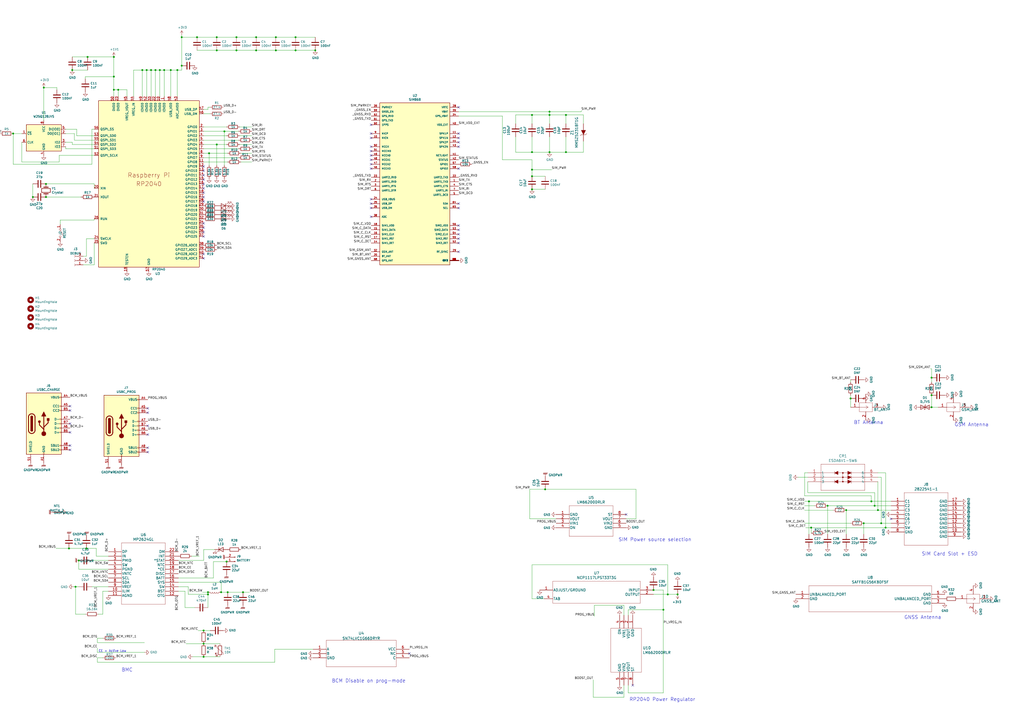
<source format=kicad_sch>
(kicad_sch (version 20211123) (generator eeschema)
  (paper "A2")
  (junction (at 132.08 343.535))
  (junction (at 105.41 38.1))
  (junction (at 137.16 29.21))
  (junction (at 470.535 306.07))
  (junction (at 511.175 303.53))
  (junction (at 171.45 21.59))
  (junction (at 50.8 33.02))
  (junction (at 505.46 290.83))
  (junction (at 26.67 114.3))
  (junction (at 182.88 29.21))
  (junction (at 509.27 295.91))
  (junction (at 68.58 52.07))
  (junction (at 171.45 29.21))
  (junction (at 540.385 236.22))
  (junction (at 130.175 76.2))
  (junction (at 501.015 303.53))
  (junction (at 66.04 33.02))
  (junction (at 493.395 231.14))
  (junction (at 125.73 21.59))
  (junction (at 43.815 340.36))
  (junction (at 7.62 77.47))
  (junction (at 540.385 219.075))
  (junction (at 328.295 88.265))
  (junction (at 92.71 40.64))
  (junction (at 19.05 114.3))
  (junction (at 318.77 64.77))
  (junction (at 90.17 40.64))
  (junction (at 125.73 83.82))
  (junction (at 41.91 40.64))
  (junction (at 118.11 373.38))
  (junction (at 316.23 283.845))
  (junction (at 308.61 98.425))
  (junction (at 308.61 88.265))
  (junction (at 328.295 66.675))
  (junction (at 379.095 342.265))
  (junction (at 308.61 66.675))
  (junction (at 308.61 109.855))
  (junction (at 66.04 52.07))
  (junction (at 318.77 66.675))
  (junction (at 540.385 229.235))
  (junction (at 118.11 365.76))
  (junction (at 160.02 21.59))
  (junction (at 40.005 318.135))
  (junction (at 393.065 344.805))
  (junction (at 490.855 295.91))
  (junction (at 50.165 318.135))
  (junction (at 131.445 325.755))
  (junction (at 99.06 40.64))
  (junction (at 95.25 40.64))
  (junction (at 128.27 343.535))
  (junction (at 66.04 44.45))
  (junction (at 118.11 381))
  (junction (at 25.4 50.8))
  (junction (at 45.72 325.12))
  (junction (at 121.285 88.9))
  (junction (at 120.65 343.535))
  (junction (at 384.81 353.695))
  (junction (at 469.265 290.83))
  (junction (at 85.09 40.64))
  (junction (at 387.35 344.805))
  (junction (at 308.61 102.235))
  (junction (at 148.59 29.21))
  (junction (at 26.67 106.68))
  (junction (at 102.87 40.64))
  (junction (at 513.715 306.07))
  (junction (at 125.73 29.21))
  (junction (at 148.59 21.59))
  (junction (at 507.365 293.37))
  (junction (at 140.97 343.535))
  (junction (at 160.02 29.21))
  (junction (at 87.63 40.64))
  (junction (at 120.65 344.805))
  (junction (at 105.41 21.59))
  (junction (at 114.3 21.59))
  (junction (at 82.55 40.64))
  (junction (at 480.06 293.37))
  (junction (at 318.77 88.265))
  (junction (at 137.16 21.59))
  (no_connect (at 266.065 120.65))
  (no_connect (at 215.265 72.39))
  (no_connect (at 215.265 125.73))
  (no_connect (at 215.265 80.01))
  (no_connect (at 118.11 134.62))
  (no_connect (at 215.265 115.57))
  (no_connect (at 40.64 245.745))
  (no_connect (at 85.725 239.395))
  (no_connect (at 118.11 99.06))
  (no_connect (at 85.725 259.715))
  (no_connect (at 215.265 97.79))
  (no_connect (at 215.265 90.17))
  (no_connect (at 118.11 96.52))
  (no_connect (at 118.11 104.14))
  (no_connect (at 118.11 106.68))
  (no_connect (at 215.265 85.09))
  (no_connect (at 215.265 120.65))
  (no_connect (at 266.065 77.47))
  (no_connect (at 266.065 85.09))
  (no_connect (at 215.265 95.25))
  (no_connect (at 266.065 133.35))
  (no_connect (at 118.11 129.54))
  (no_connect (at 118.11 132.08))
  (no_connect (at 118.11 116.84))
  (no_connect (at 237.49 379.095))
  (no_connect (at 118.11 111.76))
  (no_connect (at 266.065 146.05))
  (no_connect (at 215.265 118.11))
  (no_connect (at 266.065 130.81))
  (no_connect (at 266.065 80.01))
  (no_connect (at 215.265 87.63))
  (no_connect (at 266.065 82.55))
  (no_connect (at 215.265 77.47))
  (no_connect (at 118.11 137.16))
  (no_connect (at 516.89 300.99))
  (no_connect (at 118.11 147.32))
  (no_connect (at 266.065 118.11))
  (no_connect (at 118.11 149.86))
  (no_connect (at 118.11 101.6))
  (no_connect (at 85.725 236.855))
  (no_connect (at 40.64 235.585))
  (no_connect (at 266.065 138.43))
  (no_connect (at 85.725 252.095))
  (no_connect (at 85.725 262.255))
  (no_connect (at 266.065 140.97))
  (no_connect (at 363.22 298.45))
  (no_connect (at 266.065 97.79))
  (no_connect (at 118.11 109.22))
  (no_connect (at 40.64 260.985))
  (no_connect (at 40.64 238.125))
  (no_connect (at 40.64 250.825))
  (no_connect (at 85.725 247.015))
  (no_connect (at 367.03 397.51))
  (no_connect (at 215.265 92.71))
  (no_connect (at 266.065 135.89))
  (no_connect (at 118.11 114.3))
  (no_connect (at 266.065 62.23))
  (no_connect (at 40.64 258.445))
  (wire (pts (xy 102.87 40.64) (xy 102.87 55.88)))
  (wire (pts (xy 82.55 40.64) (xy 85.09 40.64)))
  (wire (pts (xy 540.385 213.995) (xy 539.75 213.995)))
  (wire (pts (xy 337.185 64.77) (xy 337.185 64.135)))
  (wire (pts (xy 316.23 283.845) (xy 307.34 283.845)))
  (wire (pts (xy 48.26 153.67) (xy 54.61 153.67)))
  (wire (pts (xy 103.505 342.9) (xy 107.315 342.9)))
  (wire (pts (xy 462.915 276.86) (xy 468.63 276.86)))
  (wire (pts (xy 130.175 76.2) (xy 138.43 76.2)))
  (wire (pts (xy 125.73 83.82) (xy 125.73 95.885)))
  (wire (pts (xy 123.825 335.28) (xy 123.825 325.755)))
  (wire (pts (xy 384.81 353.695) (xy 384.81 342.265)))
  (wire (pts (xy 118.11 365.76) (xy 121.92 365.76)))
  (wire (pts (xy 95.25 55.88) (xy 95.25 40.64)))
  (wire (pts (xy 130.175 95.885) (xy 130.175 76.2)))
  (wire (pts (xy 54.61 127.635) (xy 34.925 127.635)))
  (wire (pts (xy 118.11 66.04) (xy 121.92 66.04)))
  (wire (pts (xy 384.81 401.955) (xy 384.81 353.695)))
  (wire (pts (xy 55.88 318.135) (xy 55.88 322.58)))
  (wire (pts (xy 472.44 293.37) (xy 466.725 293.37)))
  (wire (pts (xy 103.505 335.28) (xy 123.825 335.28)))
  (wire (pts (xy 493.395 229.235) (xy 493.395 231.14)))
  (wire (pts (xy 114.935 365.76) (xy 118.11 365.76)))
  (wire (pts (xy 509.27 276.86) (xy 511.175 276.86)))
  (wire (pts (xy 34.29 93.98) (xy 12.7 93.98)))
  (wire (pts (xy 384.81 342.265) (xy 379.095 342.265)))
  (wire (pts (xy 118.11 325.12) (xy 118.11 318.77)))
  (wire (pts (xy 103.505 340.36) (xy 109.22 340.36)))
  (wire (pts (xy 85.09 55.88) (xy 85.09 40.64)))
  (wire (pts (xy 118.11 76.2) (xy 130.175 76.2)))
  (wire (pts (xy 107.95 373.38) (xy 118.11 373.38)))
  (wire (pts (xy -10.16 77.47) (xy 0 77.47)))
  (wire (pts (xy 54.61 109.22) (xy 54.61 106.68)))
  (wire (pts (xy 62.865 330.2) (xy 45.72 330.2)))
  (wire (pts (xy 291.465 92.71) (xy 291.465 67.31)))
  (wire (pts (xy 121.285 88.9) (xy 121.285 95.885)))
  (wire (pts (xy 111.76 381) (xy 118.11 381)))
  (wire (pts (xy 344.17 404.495) (xy 361.95 404.495)))
  (wire (pts (xy 493.395 220.345) (xy 493.395 221.615)))
  (wire (pts (xy 468.63 285.75) (xy 507.365 285.75)))
  (wire (pts (xy 467.36 306.07) (xy 470.535 306.07)))
  (wire (pts (xy 361.95 404.495) (xy 361.95 397.51)))
  (wire (pts (xy 50.8 33.02) (xy 66.04 33.02)))
  (wire (pts (xy 56.515 370.205) (xy 59.69 370.205)))
  (wire (pts (xy 125.73 83.82) (xy 131.445 83.82)))
  (wire (pts (xy 125.73 21.59) (xy 137.16 21.59)))
  (wire (pts (xy 320.04 98.425) (xy 308.61 98.425)))
  (wire (pts (xy 338.455 81.915) (xy 338.455 88.265)))
  (wire (pts (xy 139.065 73.66) (xy 146.05 73.66)))
  (wire (pts (xy 62.865 342.9) (xy 59.69 342.9)))
  (wire (pts (xy 125.73 29.21) (xy 137.16 29.21)))
  (wire (pts (xy 493.395 231.14) (xy 493.395 236.22)))
  (wire (pts (xy 26.67 114.3) (xy 46.99 114.3)))
  (wire (pts (xy 368.935 300.99) (xy 368.935 283.845)))
  (wire (pts (xy 56.515 381.635) (xy 59.69 381.635)))
  (wire (pts (xy 118.11 81.28) (xy 138.43 81.28)))
  (wire (pts (xy 490.855 295.91) (xy 509.27 295.91)))
  (wire (pts (xy 111.125 322.58) (xy 115.57 322.58)))
  (wire (pts (xy 77.47 55.88) (xy 77.47 40.64)))
  (wire (pts (xy 73.66 52.07) (xy 73.66 55.88)))
  (wire (pts (xy 120.65 62.23) (xy 121.92 62.23)))
  (wire (pts (xy 56.515 378.46) (xy 83.82 378.46)))
  (wire (pts (xy 66.04 52.07) (xy 68.58 52.07)))
  (wire (pts (xy 363.22 300.99) (xy 368.935 300.99)))
  (wire (pts (xy 266.065 64.77) (xy 318.77 64.77)))
  (wire (pts (xy 43.815 340.36) (xy 43.815 356.235)))
  (wire (pts (xy 308.61 327.66) (xy 387.35 327.66)))
  (wire (pts (xy 361.95 351.155) (xy 344.805 351.155)))
  (wire (pts (xy 90.17 40.64) (xy 92.71 40.64)))
  (wire (pts (xy 540.385 229.235) (xy 540.385 236.22)))
  (wire (pts (xy 19.05 106.68) (xy 19.05 114.3)))
  (wire (pts (xy 493.395 303.53) (xy 466.725 303.53)))
  (wire (pts (xy 87.63 55.88) (xy 87.63 40.64)))
  (wire (pts (xy 315.595 347.345) (xy 308.61 347.345)))
  (wire (pts (xy 344.805 351.155) (xy 344.805 357.505)))
  (wire (pts (xy 25.4 50.8) (xy 25.4 69.85)))
  (wire (pts (xy 54.61 86.36) (xy 38.1 86.36)))
  (wire (pts (xy 338.455 66.675) (xy 328.295 66.675)))
  (wire (pts (xy 328.295 79.375) (xy 328.295 88.265)))
  (wire (pts (xy 66.04 44.45) (xy 66.04 52.07)))
  (wire (pts (xy 148.59 29.21) (xy 160.02 29.21)))
  (wire (pts (xy 470.535 306.07) (xy 513.715 306.07)))
  (wire (pts (xy 318.77 71.755) (xy 318.77 66.675)))
  (wire (pts (xy 54.61 83.82) (xy 41.91 83.82)))
  (wire (pts (xy 160.02 29.21) (xy 171.45 29.21)))
  (wire (pts (xy 50.165 318.135) (xy 55.88 318.135)))
  (wire (pts (xy 171.45 21.59) (xy 182.88 21.59)))
  (wire (pts (xy 54.61 138.43) (xy 50.165 138.43)))
  (wire (pts (xy 123.825 325.755) (xy 131.445 325.755)))
  (wire (pts (xy 509.27 295.91) (xy 516.89 295.91)))
  (wire (pts (xy 85.09 40.64) (xy 87.63 40.64)))
  (wire (pts (xy 308.61 79.375) (xy 308.61 88.265)))
  (wire (pts (xy 469.265 309.88) (xy 469.265 290.83)))
  (wire (pts (xy 44.45 78.74) (xy 44.45 74.93)))
  (wire (pts (xy 118.11 373.38) (xy 127.635 373.38)))
  (wire (pts (xy 34.29 90.17) (xy 34.29 93.98)))
  (wire (pts (xy 468.63 274.32) (xy 466.725 274.32)))
  (wire (pts (xy 318.77 64.77) (xy 337.185 64.77)))
  (wire (pts (xy 139.7 93.98) (xy 146.05 93.98)))
  (wire (pts (xy 49.53 44.45) (xy 49.53 45.72)))
  (wire (pts (xy 43.18 81.28) (xy 43.18 77.47)))
  (wire (pts (xy 540.385 219.075) (xy 540.385 213.995)))
  (wire (pts (xy 505.46 287.655) (xy 505.46 290.83)))
  (wire (pts (xy 7.62 95.25) (xy 53.34 95.25)))
  (wire (pts (xy 501.015 303.53) (xy 511.175 303.53)))
  (wire (pts (xy 118.11 73.66) (xy 131.445 73.66)))
  (wire (pts (xy 107.315 342.9) (xy 107.315 352.425)))
  (wire (pts (xy 139.065 83.82) (xy 146.05 83.82)))
  (wire (pts (xy 118.11 93.98) (xy 132.08 93.98)))
  (wire (pts (xy 50.165 138.43) (xy 50.165 148.59)))
  (wire (pts (xy 344.17 394.335) (xy 344.17 404.495)))
  (wire (pts (xy 34.925 127.635) (xy 34.925 130.175)))
  (wire (pts (xy 45.72 340.36) (xy 43.815 340.36)))
  (wire (pts (xy 466.725 290.83) (xy 469.265 290.83)))
  (wire (pts (xy 544.195 236.22) (xy 540.385 236.22)))
  (wire (pts (xy 140.97 343.535) (xy 144.78 343.535)))
  (wire (pts (xy 318.77 88.265) (xy 308.61 88.265)))
  (wire (pts (xy 54.61 106.68) (xy 26.67 106.68)))
  (wire (pts (xy 509.27 279.4) (xy 509.27 295.91)))
  (wire (pts (xy 118.11 63.5) (xy 120.65 63.5)))
  (wire (pts (xy 56.515 370.205) (xy 56.515 372.745)))
  (wire (pts (xy 54.61 127.635) (xy 54.61 127)))
  (wire (pts (xy 307.34 300.99) (xy 322.58 300.99)))
  (wire (pts (xy 43.18 77.47) (xy 38.1 77.47)))
  (wire (pts (xy 146.05 78.74) (xy 139.065 78.74)))
  (wire (pts (xy 41.91 33.02) (xy 50.8 33.02)))
  (wire (pts (xy 466.725 287.655) (xy 505.46 287.655)))
  (wire (pts (xy 32.385 318.135) (xy 40.005 318.135)))
  (wire (pts (xy 379.095 344.805) (xy 387.35 344.805)))
  (wire (pts (xy 299.085 66.675) (xy 299.085 71.755)))
  (wire (pts (xy 7.62 77.47) (xy 7.62 95.25)))
  (wire (pts (xy 128.27 343.535) (xy 132.08 343.535)))
  (wire (pts (xy 41.91 83.82) (xy 41.91 82.55)))
  (wire (pts (xy 387.35 344.805) (xy 393.065 344.805)))
  (wire (pts (xy 41.91 82.55) (xy 38.1 82.55)))
  (wire (pts (xy 308.61 66.675) (xy 299.085 66.675)))
  (wire (pts (xy 120.65 63.5) (xy 120.65 62.23)))
  (wire (pts (xy 159.385 376.555) (xy 181.61 376.555)))
  (wire (pts (xy 308.61 102.235) (xy 308.61 98.425)))
  (wire (pts (xy 511.175 303.53) (xy 516.89 303.53)))
  (wire (pts (xy 77.47 40.64) (xy 82.55 40.64)))
  (wire (pts (xy 90.17 55.88) (xy 90.17 40.64)))
  (wire (pts (xy 66.04 44.45) (xy 49.53 44.45)))
  (wire (pts (xy 38.1 86.36) (xy 38.1 85.09)))
  (wire (pts (xy 308.61 88.265) (xy 299.085 88.265)))
  (wire (pts (xy 55.88 322.58) (xy 62.865 322.58)))
  (wire (pts (xy 68.58 55.88) (xy 68.58 52.07)))
  (wire (pts (xy 338.455 88.265) (xy 328.295 88.265)))
  (wire (pts (xy 103.505 325.12) (xy 118.11 325.12)))
  (wire (pts (xy 118.11 86.36) (xy 138.43 86.36)))
  (wire (pts (xy 501.015 309.88) (xy 501.015 303.53)))
  (wire (pts (xy 54.61 153.67) (xy 54.61 140.97)))
  (wire (pts (xy 109.22 340.36) (xy 109.22 344.805)))
  (wire (pts (xy 364.49 401.955) (xy 384.81 401.955)))
  (wire (pts (xy 308.61 102.235) (xy 316.23 102.235)))
  (wire (pts (xy 54.61 90.17) (xy 34.29 90.17)))
  (wire (pts (xy 56.515 384.175) (xy 159.385 384.175)))
  (wire (pts (xy 507.365 285.75) (xy 507.365 293.37)))
  (wire (pts (xy 118.11 88.9) (xy 121.285 88.9)))
  (wire (pts (xy 99.06 40.64) (xy 102.87 40.64)))
  (wire (pts (xy 540.385 221.615) (xy 540.385 219.075)))
  (wire (pts (xy 121.285 88.9) (xy 132.08 88.9)))
  (wire (pts (xy 318.77 64.77) (xy 318.77 66.675)))
  (wire (pts (xy 56.515 372.745) (xy 83.82 372.745)))
  (wire (pts (xy 50.8 40.64) (xy 41.91 40.64)))
  (wire (pts (xy 480.06 309.88) (xy 480.06 293.37)))
  (wire (pts (xy 468.63 279.4) (xy 468.63 285.75)))
  (wire (pts (xy 511.175 276.86) (xy 511.175 303.53)))
  (wire (pts (xy 505.46 290.83) (xy 516.89 290.83)))
  (wire (pts (xy 299.085 88.265) (xy 299.085 79.375)))
  (wire (pts (xy 291.465 67.31) (xy 266.065 67.31)))
  (wire (pts (xy 316.23 109.855) (xy 308.61 109.855)))
  (wire (pts (xy 12.7 93.98) (xy 12.7 82.55)))
  (wire (pts (xy 120.65 343.535) (xy 120.65 344.805)))
  (wire (pts (xy 87.63 40.64) (xy 90.17 40.64)))
  (wire (pts (xy 120.65 344.805) (xy 120.65 352.425)))
  (wire (pts (xy 40.005 318.135) (xy 50.165 318.135)))
  (wire (pts (xy 127.635 381) (xy 118.11 381)))
  (wire (pts (xy 95.25 40.64) (xy 99.06 40.64)))
  (wire (pts (xy 105.41 38.1) (xy 105.41 21.59)))
  (wire (pts (xy 92.71 55.88) (xy 92.71 40.64)))
  (wire (pts (xy 507.365 293.37) (xy 516.89 293.37)))
  (wire (pts (xy 509.27 274.32) (xy 513.715 274.32)))
  (wire (pts (xy 308.61 92.71) (xy 291.465 92.71)))
  (wire (pts (xy 62.865 325.12) (xy 53.34 325.12)))
  (wire (pts (xy 308.61 347.345) (xy 308.61 327.66)))
  (wire (pts (xy 54.61 81.28) (xy 43.18 81.28)))
  (wire (pts (xy 470.535 306.07) (xy 470.535 309.245)))
  (wire (pts (xy 103.505 337.82) (xy 128.27 337.82)))
  (wire (pts (xy 44.45 74.93) (xy 38.1 74.93)))
  (wire (pts (xy 109.22 344.805) (xy 120.65 344.805)))
  (wire (pts (xy 328.295 71.755) (xy 328.295 66.675)))
  (wire (pts (xy 66.04 33.02) (xy 66.04 44.45)))
  (wire (pts (xy 159.385 384.175) (xy 159.385 376.555)))
  (wire (pts (xy 43.815 340.36) (xy 42.545 340.36)))
  (wire (pts (xy 82.55 55.88) (xy 82.55 40.64)))
  (wire (pts (xy 328.295 88.265) (xy 318.77 88.265)))
  (wire (pts (xy 139.7 88.9) (xy 146.05 88.9)))
  (wire (pts (xy 56.515 381.635) (xy 56.515 384.175)))
  (wire (pts (xy 107.315 352.425) (xy 113.03 352.425)))
  (wire (pts (xy 105.41 21.59) (xy 114.3 21.59)))
  (wire (pts (xy 59.69 342.9) (xy 59.69 356.235)))
  (wire (pts (xy 171.45 29.21) (xy 182.88 29.21)))
  (wire (pts (xy 118.11 78.74) (xy 131.445 78.74)))
  (wire (pts (xy 99.06 55.88) (xy 99.06 40.64)))
  (wire (pts (xy 137.16 29.21) (xy 148.59 29.21)))
  (wire (pts (xy 137.16 21.59) (xy 148.59 21.59)))
  (wire (pts (xy 92.71 40.64) (xy 95.25 40.64)))
  (wire (pts (xy 54.61 78.74) (xy 44.45 78.74)))
  (wire (pts (xy 328.295 66.675) (xy 318.77 66.675)))
  (wire (pts (xy 102.87 40.64) (xy 105.41 40.64)))
  (wire (pts (xy 53.34 74.93) (xy 54.61 74.93)))
  (wire (pts (xy 43.815 356.235) (xy 49.53 356.235)))
  (wire (pts (xy 364.49 353.695) (xy 384.81 353.695)))
  (wire (pts (xy 483.235 295.91) (xy 466.725 295.91)))
  (wire (pts (xy 114.3 21.59) (xy 125.73 21.59)))
  (wire (pts (xy 368.935 283.845) (xy 316.23 283.845)))
  (wire (pts (xy 59.69 356.235) (xy 57.15 356.235)))
  (wire (pts (xy 490.855 309.88) (xy 490.855 295.91)))
  (wire (pts (xy 33.02 50.8) (xy 33.02 52.07)))
  (wire (pts (xy 118.11 318.77) (xy 124.46 318.77)))
  (wire (pts (xy 364.49 397.51) (xy 364.49 401.955)))
  (wire (pts (xy 318.77 66.675) (xy 308.61 66.675)))
  (wire (pts (xy 56.515 375.92) (xy 56.515 378.46)))
  (wire (pts (xy 361.95 356.87) (xy 361.95 351.155)))
  (wire (pts (xy 128.27 337.82) (xy 128.27 343.535)))
  (wire (pts (xy 308.61 98.425) (xy 308.61 92.71)))
  (wire (pts (xy 117.475 343.535) (xy 120.65 343.535)))
  (wire (pts (xy 466.725 274.32) (xy 466.725 287.655)))
  (wire (pts (xy 7.62 77.47) (xy 12.7 77.47)))
  (wire (pts (xy 62.865 340.36) (xy 53.34 340.36)))
  (wire (pts (xy 160.02 21.59) (xy 171.45 21.59)))
  (wire (pts (xy 132.08 343.535) (xy 140.97 343.535)))
  (wire (pts (xy 118.11 83.82) (xy 125.73 83.82)))
  (wire (pts (xy 138.43 91.44) (xy 118.11 91.44)))
  (wire (pts (xy 364.49 356.87) (xy 364.49 353.695)))
  (wire (pts (xy 480.06 293.37) (xy 507.365 293.37)))
  (wire (pts (xy 114.3 29.21) (xy 125.73 29.21)))
  (wire (pts (xy 308.61 71.755) (xy 308.61 66.675)))
  (wire (pts (xy 25.4 50.8) (xy 33.02 50.8)))
  (wire (pts (xy 387.35 327.66) (xy 387.35 344.805)))
  (wire (pts (xy 318.77 79.375) (xy 318.77 88.265)))
  (wire (pts (xy 338.455 71.755) (xy 338.455 66.675)))
  (wire (pts (xy 66.04 55.88) (xy 66.04 52.07)))
  (wire (pts (xy 50.165 148.59) (xy 48.26 148.59)))
  (wire (pts (xy 105.41 21.59) (xy 105.41 20.32)))
  (wire (pts (xy 68.58 52.07) (xy 73.66 52.07)))
  (wire (pts (xy 148.59 21.59) (xy 160.02 21.59)))
  (wire (pts (xy 469.265 290.83) (xy 505.46 290.83)))
  (wire (pts (xy 105.41 40.64) (xy 105.41 38.1)))
  (wire (pts (xy 45.72 330.2) (xy 45.72 325.12)))
  (wire (pts (xy 53.34 95.25) (xy 53.34 74.93)))
  (wire (pts (xy 307.34 300.99) (xy 307.34 283.845)))
  (wire (pts (xy 513.715 306.07) (xy 516.89 306.07)))
  (wire (pts (xy 513.715 274.32) (xy 513.715 306.07)))
  (text "SIM Card Slot + ESD" (at 534.67 322.58 0) (effects (font (size 2.0066 2.0066)) (justify left bottom)))
  (text "RP2040 Power Regulator" (at 365.125 407.035 0) (effects (font (size 2.0066 2.0066)) (justify left bottom)))
  (text "SIM Power source selection" (at 358.775 314.325 0) (effects (font (size 2.0066 2.0066)) (justify left bottom)))
  (text "BMC" (at 70.485 389.89 0) (effects (font (size 2.0066 2.0066)) (justify left bottom)))
  (text "BCM Disable on prog-mode" (at 192.405 396.24 0) (effects (font (size 2.0066 2.0066)) (justify left bottom)))
  (text "GNSS Antenna" (at 524.51 359.41 0) (effects (font (size 2.0066 2.0066)) (justify left bottom)))
  (text "BT Antenna" (at 495.3 246.38 0) (effects (font (size 2.0066 2.0066)) (justify left bottom)))
  (text "GSM Antenna" (at 553.72 247.65 0) (effects (font (size 2.0066 2.0066)) (justify left bottom)))
  (text "CE = Active Low" (at 57.15 378.46 0) (effects (font (size 1.27 1.27)) (justify left bottom)))
  (label "PROG_VBUS" (at 85.725 231.775 0))
  (label "USB_D+" (at 129.54 62.23 0))
  (label "BCM_D+" (at 40.64 248.285 0))
  (label "BCM_NTC" (at 107.95 373.38 180))
  (label "SIM_VDD_EXT" (at 266.065 72.39 0))
  (label "_GNSS_EN" (at 215.265 64.77 180))
  (label "SIM_PWR" (at 307.34 283.845 180))
  (label "PI_VREG_IN" (at 237.49 376.555 0))
  (label "BCM_VBUS" (at 32.385 318.135 180))
  (label "BCM_SDA" (at 125.73 144.78 0))
  (label "BCM_SCL" (at 62.865 335.28 180))
  (label "SIM_RX" (at 215.265 105.41 180))
  (label "SIM_C_DATA" (at 466.725 303.53 180))
  (label "SIM_C_VDD" (at 466.725 290.83 180))
  (label "BCM_BATT" (at 120.65 335.28 90))
  (label "SIM_PWRKEY" (at 215.265 62.23 180))
  (label "BCM_DISC" (at 103.505 332.74 0))
  (label "SIM_GNSS_ANT" (at 215.265 151.13 180))
  (label "SIM_RI" (at 146.05 73.66 0))
  (label "SIM_C_CLK" (at 466.725 295.91 180))
  (label "USB_D+" (at 85.725 249.555 0))
  (label "SIM_C_VDD" (at 215.265 130.81 180))
  (label "SIM_BT_ANT" (at 493.395 220.345 180))
  (label "BCM_CE" (at 56.515 375.92 180))
  (label "BCM_VBUS" (at 40.64 230.505 0))
  (label "SIM_C_DATA" (at 215.265 133.35 180))
  (label "BCM_VREF_1" (at 115.57 322.58 90))
  (label "BOOST_OUT" (at 363.22 303.53 0))
  (label "SIM_CTS" (at 266.065 107.95 0))
  (label "BCM_D-" (at 103.505 320.04 90))
  (label "SIM_C_DET" (at 467.36 306.07 180))
  (label "SIM_RTS" (at 146.05 88.9 0))
  (label "SIM_GSM_ANT" (at 215.265 146.05 180))
  (label "SIM_C_DET" (at 215.265 140.97 180))
  (label "BCM_SCL" (at 125.73 142.24 0))
  (label "SIM_TX" (at 266.065 105.41 0))
  (label "_GNSS_RXD" (at 215.265 67.31 180))
  (label "PROG_VBUS" (at 344.805 357.505 180))
  (label "SIM_CTS" (at 146.05 81.28 0))
  (label "SIM_TX" (at 146.05 86.36 0))
  (label "SIM_RI" (at 266.065 110.49 0))
  (label "SIM_BT_ANT" (at 215.265 148.59 180))
  (label "SIM_GSM_ANT" (at 539.75 213.995 180))
  (label "SIM_DRT" (at 146.05 76.2 0))
  (label "BCM_NTC" (at 103.505 327.66 0))
  (label "BCM_VNTC" (at 62.865 332.74 180))
  (label "BCM_VREF_1" (at 139.7 318.77 0))
  (label "SIM_C_RST" (at 466.725 293.37 180))
  (label "BCM_VNTC" (at 114.935 365.76 180))
  (label "PI_VREG_IN" (at 384.81 361.95 0))
  (label "SIM_STATUS" (at 146.05 91.44 0))
  (label "SIM_GNSS_ANT" (at 461.645 344.805 180))
  (label "USB_BOOT" (at -8.89 77.47 0))
  (label "SIM_VDD_EXT" (at 478.155 309.245 0))
  (label "SIM_STATUS" (at 266.065 92.71 0))
  (label "SIM_PWR" (at 320.04 98.425 0))
  (label "SIM_C_RST" (at 215.265 138.43 180))
  (label "BCM_VREF_1" (at 67.31 370.205 0))
  (label "BCM_CE" (at 103.505 330.2 0))
  (label "BCM_SDA" (at 62.865 337.82 180))
  (label "SIM_C_CLK" (at 215.265 135.89 180))
  (label "_GNSS_EN" (at 273.685 95.25 0))
  (label "USB_D-" (at 129.54 66.04 0))
  (label "BCM_D-" (at 40.64 243.205 0))
  (label "PROG_VBUS" (at 237.49 381.635 0))
  (label "SIM_PWR" (at 337.185 64.135 0))
  (label "BCM_DISC" (at 56.515 381.635 180))
  (label "SIM_DCD" (at 146.05 78.74 0))
  (label "_GNSS_RXD" (at 266.065 102.87 0))
  (label "BCM_D+" (at 62.865 320.04 90))
  (label "_GNSS_TXD" (at 215.265 102.87 180))
  (label "PROG_VBUS" (at 322.58 303.53 180))
  (label "USB_D-" (at 85.725 244.475 0))
  (label "BCM_VREF_1" (at 56.515 340.36 270))
  (label "SIM_DRT" (at 215.265 110.49 180))
  (label "_GNSS_TXD" (at 215.265 69.85 180))
  (label "SIM_RTS" (at 215.265 107.95 180))
  (label "SIM_PWRKEY" (at 146.05 93.98 0))
  (label "BCM_OTG" (at 103.505 345.44 270))
  (label "BCM_SW" (at 117.475 343.535 180))
  (label "BCM_VREF_1" (at 67.31 381.635 0))
  (label "SIM_RX" (at 146.05 83.82 0))
  (label "BCM_SW" (at 62.865 327.66 180))
  (label "SIM_DCD" (at 266.065 113.03 0))
  (label "BOOST_OUT" (at 344.17 394.335 180))
  (label "BOOST_OUT" (at 144.78 343.535 0))
  (label "BCM_OTG" (at 56.515 370.205 180))
  (symbol (lib_id "rpi:RP2040") (at 86.36 106.68 0) (unit 1)
    (property "Reference" "U3" (at 91.44 158.75 0))
    (property "Value" "RP2040" (at 92.075 156.21 0))
    (property "Footprint" "rpi:RP2040-QFN-56" (effects hide))
  )
  (symbol (lib_id "Device:R") (at 125.73 62.23 270) (unit 1)
    (property "Reference" "R1" (at 125.73 59.69 90))
    (property "Value" "27.4" (at 125.73 62.23 90))
    (property "Footprint" "Resistor_SMD:R_0603_1608Metric_Pad0.98x0.95mm_HandSolder" (effects hide))
  )
  (symbol (lib_id "Device:R") (at 125.73 66.04 270) (unit 1)
    (property "Reference" "R2" (at 125.73 68.58 90))
    (property "Value" "27.4" (at 125.73 66.04 90))
    (property "Footprint" "Resistor_SMD:R_0603_1608Metric_Pad0.98x0.95mm_HandSolder" (effects hide))
  )
  (symbol (lib_id "Device:C") (at 109.22 38.1 270) (unit 1)
    (property "Reference" "C10" (at 109.22 31.6992 90))
    (property "Value" "1uF" (at 109.22 34.0106 90))
    (property "Footprint" "Capacitor_SMD:C_0603_1608Metric_Pad1.08x0.95mm_HandSolder" (effects hide))
  )
  (symbol (lib_id "power:GND") (at 113.03 38.1 0) (unit 1)
    (property "Reference" "#PWR04" (effects hide))
    (property "Value" "GND" (at 113.157 42.4942 0))
  )
  (symbol (lib_id "power:+3.3V") (at 105.41 20.32 0) (unit 1)
    (property "Reference" "#PWR01" (effects hide))
    (property "Value" "+3.3V" (at 105.791 15.9258 0))
  )
  (symbol (lib_id "Device:C") (at 114.3 25.4 180) (unit 1)
    (property "Reference" "C1" (at 117.221 24.2316 0) (effects (justify right)))
    (property "Value" "100nF" (at 117.221 26.543 0) (effects (justify right)))
    (property "Footprint" "Capacitor_SMD:C_0603_1608Metric_Pad1.08x0.95mm_HandSolder" (effects hide))
  )
  (symbol (lib_id "Device:C") (at 125.73 25.4 180) (unit 1)
    (property "Reference" "C2" (at 128.651 24.2316 0) (effects (justify right)))
    (property "Value" "100nF" (at 128.651 26.543 0) (effects (justify right)))
    (property "Footprint" "Capacitor_SMD:C_0603_1608Metric_Pad1.08x0.95mm_HandSolder" (effects hide))
  )
  (symbol (lib_id "Device:C") (at 137.16 25.4 180) (unit 1)
    (property "Reference" "C3" (at 140.081 24.2316 0) (effects (justify right)))
    (property "Value" "100nF" (at 140.081 26.543 0) (effects (justify right)))
    (property "Footprint" "Capacitor_SMD:C_0603_1608Metric_Pad1.08x0.95mm_HandSolder" (effects hide))
  )
  (symbol (lib_id "Device:C") (at 148.59 25.4 180) (unit 1)
    (property "Reference" "C4" (at 151.511 24.2316 0) (effects (justify right)))
    (property "Value" "100nF" (at 151.511 26.543 0) (effects (justify right)))
    (property "Footprint" "Capacitor_SMD:C_0603_1608Metric_Pad1.08x0.95mm_HandSolder" (effects hide))
  )
  (symbol (lib_id "Device:C") (at 160.02 25.4 180) (unit 1)
    (property "Reference" "C5" (at 162.941 24.2316 0) (effects (justify right)))
    (property "Value" "100nF" (at 162.941 26.543 0) (effects (justify right)))
    (property "Footprint" "Capacitor_SMD:C_0603_1608Metric_Pad1.08x0.95mm_HandSolder" (effects hide))
  )
  (symbol (lib_id "Device:C") (at 171.45 25.4 180) (unit 1)
    (property "Reference" "C6" (at 174.371 24.2316 0) (effects (justify right)))
    (property "Value" "100nF" (at 174.371 26.543 0) (effects (justify right)))
    (property "Footprint" "Capacitor_SMD:C_0603_1608Metric_Pad1.08x0.95mm_HandSolder" (effects hide))
  )
  (symbol (lib_id "Device:C") (at 182.88 25.4 180) (unit 1)
    (property "Reference" "C7" (at 185.801 24.2316 0) (effects (justify right)))
    (property "Value" "100nF" (at 185.801 26.543 0) (effects (justify right)))
    (property "Footprint" "Capacitor_SMD:C_0603_1608Metric_Pad1.08x0.95mm_HandSolder" (effects hide))
  )
  (symbol (lib_id "power:GND") (at 182.88 29.21 0) (unit 1)
    (property "Reference" "#PWR02" (effects hide))
    (property "Value" "GND" (at 183.007 33.6042 0))
  )
  (symbol (lib_id "Device:C") (at 41.91 36.83 0) (unit 1)
    (property "Reference" "C8" (at 44.831 35.6616 0) (effects (justify left)))
    (property "Value" "100nF" (at 44.831 37.973 0) (effects (justify left)))
    (property "Footprint" "Capacitor_SMD:C_0603_1608Metric_Pad1.08x0.95mm_HandSolder" (effects hide))
  )
  (symbol (lib_id "Device:C") (at 50.8 36.83 0) (unit 1)
    (property "Reference" "C9" (at 53.721 35.6616 0) (effects (justify left)))
    (property "Value" "100nF" (at 53.721 37.973 0) (effects (justify left)))
    (property "Footprint" "Capacitor_SMD:C_0603_1608Metric_Pad1.08x0.95mm_HandSolder" (effects hide))
  )
  (symbol (lib_id "Device:C") (at 49.53 49.53 0) (unit 1)
    (property "Reference" "C11" (at 52.451 48.3616 0) (effects (justify left)))
    (property "Value" "1uF" (at 52.451 50.673 0) (effects (justify left)))
    (property "Footprint" "Capacitor_SMD:C_0603_1608Metric_Pad1.08x0.95mm_HandSolder" (effects hide))
  )
  (symbol (lib_id "power:+1V1") (at 66.04 33.02 0) (unit 1)
    (property "Reference" "#PWR03" (effects hide))
    (property "Value" "+1V1" (at 66.421 28.6258 0))
  )
  (symbol (lib_id "power:GND") (at 49.53 53.34 0) (unit 1)
    (property "Reference" "#PWR07" (effects hide))
    (property "Value" "GND" (at 49.657 57.7342 0))
  )
  (symbol (lib_id "power:GND") (at 41.91 40.64 0) (unit 1)
    (property "Reference" "#PWR05" (effects hide))
    (property "Value" "GND" (at 42.037 45.0342 0))
  )
  (symbol (lib_id "Memory_Flash:W25Q128JVS") (at 25.4 80.01 0) (unit 1)
    (property "Reference" "U1" (at 25.4 65.2526 0))
    (property "Value" "W25Q128JVS" (at 25.4 67.564 0))
    (property "Footprint" "Package_SO:SOIC-8_5.23x5.23mm_P1.27mm" (effects hide))
    (property "Datasheet" "http://www.winbond.com/resource-files/w25q128jv_dtr%20revc%2003272018%20plus.pdf" (effects hide))
  )
  (symbol (lib_id "power:+3.3V") (at 25.4 50.8 0) (unit 1)
    (property "Reference" "#PWR06" (effects hide))
    (property "Value" "+3.3V" (at 25.781 46.4058 0))
  )
  (symbol (lib_id "Device:C") (at 33.02 55.88 0) (unit 1)
    (property "Reference" "C12" (at 35.941 54.7116 0) (effects (justify left)))
    (property "Value" "100nF" (at 35.941 57.023 0) (effects (justify left)))
    (property "Footprint" "Capacitor_SMD:C_0603_1608Metric_Pad1.08x0.95mm_HandSolder" (effects hide))
  )
  (symbol (lib_id "power:GND") (at 33.02 59.69 0) (unit 1)
    (property "Reference" "#PWR08" (effects hide))
    (property "Value" "GND" (at 33.147 64.0842 0))
  )
  (symbol (lib_id "Switch:SW_SPST") (at -10.16 82.55 270) (unit 1)
    (property "Reference" "J1" (at -10.16 82.55 0))
    (property "Value" "BOOTSEL" (at -7.62 82.55 0))
    (property "Footprint" "Button_Switch_SMD:TS-1145A-C-A" (effects hide))
  )
  (symbol (lib_id "Device:R") (at 3.81 77.47 270) (unit 1)
    (property "Reference" "R5" (at 3.81 74.93 90))
    (property "Value" "1k" (at 3.81 77.47 90))
    (property "Footprint" "Resistor_SMD:R_0603_1608Metric_Pad0.98x0.95mm_HandSolder" (effects hide))
  )
  (symbol (lib_id "power:GND") (at 34.925 140.335 0) (unit 1)
    (property "Reference" "#PWR015" (effects hide))
    (property "Value" "GND" (at 35.052 144.7292 0))
  )
  (symbol (lib_id "Device:Crystal") (at 26.67 110.49 270) (unit 1)
    (property "Reference" "Y1" (at 29.9974 109.3216 90) (effects (justify left)))
    (property "Value" "Crystal" (at 29.9974 111.633 90) (effects (justify left)))
    (property "Footprint" "Crystal:Crystal_SMD_HC49-SD" (effects hide))
  )
  (symbol (lib_id "Device:C") (at 22.86 106.68 270) (unit 1)
    (property "Reference" "C19" (at 22.86 100.2792 90))
    (property "Value" "27p" (at 22.86 102.5906 90))
    (property "Footprint" "Capacitor_SMD:C_0603_1608Metric_Pad1.08x0.95mm_HandSolder" (effects hide))
  )
  (symbol (lib_id "Device:C") (at 22.86 114.3 270) (unit 1)
    (property "Reference" "C20" (at 22.86 120.65 90))
    (property "Value" "27p" (at 22.86 118.11 90))
    (property "Footprint" "Capacitor_SMD:C_0603_1608Metric_Pad1.08x0.95mm_HandSolder" (effects hide))
  )
  (symbol (lib_id "power:GND") (at 19.05 114.3 0) (unit 1)
    (property "Reference" "#PWR014" (effects hide))
    (property "Value" "GND" (at 19.177 118.6942 0))
  )
  (symbol (lib_id "Device:R") (at 50.8 114.3 270) (unit 1)
    (property "Reference" "R17" (at 50.8 111.76 90))
    (property "Value" "1k" (at 50.8 114.3 90))
    (property "Footprint" "Resistor_SMD:R_0603_1608Metric_Pad0.98x0.95mm_HandSolder" (effects hide))
  )
  (symbol (lib_id "Mechanical:MountingHole") (at 17.78 173.99 0) (unit 1)
    (property "Reference" "H1" (at 20.32 172.8216 0) (effects (justify left)))
    (property "Value" "MountingHole" (at 20.32 175.133 0) (effects (justify left)))
    (property "Footprint" "MountingHole:MountingHole_3.2mm_M3_Pad" (effects hide))
  )
  (symbol (lib_id "Mechanical:MountingHole") (at 17.78 179.07 0) (unit 1)
    (property "Reference" "H2" (at 20.32 177.9016 0) (effects (justify left)))
    (property "Value" "MountingHole" (at 20.32 180.213 0) (effects (justify left)))
    (property "Footprint" "MountingHole:MountingHole_3.2mm_M3_Pad" (effects hide))
  )
  (symbol (lib_id "Mechanical:MountingHole") (at 17.78 184.15 0) (unit 1)
    (property "Reference" "H3" (at 20.32 182.9816 0) (effects (justify left)))
    (property "Value" "MountingHole" (at 20.32 185.293 0) (effects (justify left)))
    (property "Footprint" "MountingHole:MountingHole_3.2mm_M3_Pad" (effects hide))
  )
  (symbol (lib_id "Mechanical:MountingHole") (at 17.78 189.23 0) (unit 1)
    (property "Reference" "H4" (at 20.32 188.0616 0) (effects (justify left)))
    (property "Value" "MountingHole" (at 20.32 190.373 0) (effects (justify left)))
    (property "Footprint" "MountingHole:MountingHole_3.2mm_M3_Pad" (effects hide))
  )
  (symbol (lib_id "sim868:SIM868") (at 240.665 105.41 0) (unit 1)
    (property "Reference" "U2" (at 240.665 55.4482 0))
    (property "Value" "SIM868" (at 240.665 57.7596 0))
    (property "Footprint" "SIM868:XCVR_SIM868" (effects hide))
    (property "MANUFACTURER" "SimCom" (effects hide))
  )
  (symbol (lib_id "Connector:USB_C_Receptacle_USB2.0") (at 25.4 245.745 0) (unit 1)
    (property "Reference" "J6" (at 28.1178 223.7232 0))
    (property "Value" "USBC_CHARGE" (at 28.1178 226.0346 0))
    (property "Footprint" "Connector_USB:USB_C_Receptacle_HRO_TYPE-C-31-M-31" (effects hide))
    (property "Datasheet" "https://www.usb.org/sites/default/files/documents/usb_type-c.zip" (effects hide))
  )
  (symbol (lib_id "MP2624:MP2624GL") (at 62.865 320.04 0) (unit 1)
    (property "Reference" "U6" (at 83.185 310.2102 0) (effects (font (size 1.524 1.524))))
    (property "Value" "MP2624GL" (at 83.185 312.9026 0) (effects (font (size 1.524 1.524))))
    (property "Footprint" "MP2624:MP2624GL" (effects hide))
  )
  (symbol (lib_id "LM66200:LM66200DRLR") (at 367.03 356.87 270) (unit 1)
    (property "Reference" "U10" (at 372.8212 375.8438 90) (effects (font (size 1.524 1.524)) (justify left)))
    (property "Value" "LM66200DRLR" (at 372.8212 378.5362 90) (effects (font (size 1.524 1.524)) (justify left)))
    (property "Footprint" "LM66200:LM66200DRLR" (effects hide))
  )
  (symbol (lib_id "NCP1117:NCP1117LPST33T3G") (at 313.055 342.265 0) (unit 1)
    (property "Reference" "U7" (at 346.075 332.4352 0) (effects (font (size 1.524 1.524))))
    (property "Value" "NCP1117LPST33T3G" (at 346.075 335.1276 0) (effects (font (size 1.524 1.524))))
    (property "Footprint" "Package_TO_SOT_SMD:SOT-223" (effects hide))
  )
  (symbol (lib_id "ESDA:ESDA6V1-5W6") (at 468.63 274.32 0) (unit 1)
    (property "Reference" "CR1" (at 488.95 264.4902 0) (effects (font (size 1.524 1.524))))
    (property "Value" "ESDA6V1-5W6" (at 488.95 267.1826 0) (effects (font (size 1.524 1.524))))
    (property "Footprint" "Package_TO_SOT_SMD:SOT-363_SC-70-6_Handsoldering" (effects hide))
  )
  (symbol (lib_id "Switch:SW_SPST") (at 34.925 135.255 270) (unit 1)
    (property "Reference" "J2" (at 34.925 135.255 0))
    (property "Value" "RESET" (at 37.465 135.255 0))
    (property "Footprint" "Button_Switch_SMD:TS-1145A-C-A" (effects hide))
  )
  (symbol (lib_id "power:GND") (at 86.36 157.48 0) (unit 1)
    (property "Reference" "#PWR018" (effects hide))
    (property "Value" "GND" (at 86.487 161.8742 0))
  )
  (symbol (lib_id "power:GND") (at 73.66 157.48 0) (unit 1)
    (property "Reference" "#PWR017" (effects hide))
    (property "Value" "GND" (at 73.787 161.8742 0))
  )
  (symbol (lib_id "Device:R") (at 269.875 95.25 270) (unit 1)
    (property "Reference" "R13" (at 269.875 93.345 90))
    (property "Value" "10k" (at 269.875 95.25 90))
    (property "Footprint" "Resistor_SMD:R_0603_1608Metric_Pad0.98x0.95mm_HandSolder" (effects hide))
  )
  (symbol (lib_id "Device:R") (at 121.92 142.24 270) (unit 1)
    (property "Reference" "R18" (at 121.92 140.335 90))
    (property "Value" "10k" (at 121.92 142.24 90))
    (property "Footprint" "Resistor_SMD:R_0603_1608Metric_Pad0.98x0.95mm_HandSolder" (effects hide))
  )
  (symbol (lib_id "Device:R") (at 121.92 144.78 270) (unit 1)
    (property "Reference" "R19" (at 121.92 147.32 90))
    (property "Value" "10k" (at 121.92 144.78 90))
    (property "Footprint" "Resistor_SMD:R_0603_1608Metric_Pad0.98x0.95mm_HandSolder" (effects hide))
  )
  (symbol (lib_id "Connector:Conn_01x02_Male") (at 136.525 325.755 180) (unit 1)
    (property "Reference" "J9" (at 137.2362 322.7578 0) (effects (justify right)))
    (property "Value" "BATTERY" (at 137.2362 325.0692 0) (effects (justify right)))
    (property "Footprint" "Connector_JST:JST_PH_B2B-PH-K_1x02_P2.00mm_Vertical" (effects hide))
  )
  (symbol (lib_id "Device:C") (at 132.08 347.345 0) (unit 1)
    (property "Reference" "C38" (at 135.001 346.1766 0) (effects (justify left)))
    (property "Value" "22uF" (at 135.001 348.488 0) (effects (justify left)))
    (property "Footprint" "Capacitor_SMD:C_1206_3216Metric_Pad1.33x1.80mm_HandSolder" (effects hide))
  )
  (symbol (lib_id "Device:C") (at 131.445 329.565 0) (unit 1)
    (property "Reference" "C34" (at 134.366 328.3966 0) (effects (justify left)))
    (property "Value" "22uF" (at 134.366 330.708 0) (effects (justify left)))
    (property "Footprint" "Capacitor_SMD:C_1206_3216Metric_Pad1.33x1.80mm_HandSolder" (effects hide))
  )
  (symbol (lib_id "Device:C") (at 125.73 365.76 90) (unit 1)
    (property "Reference" "C45" (at 125.73 359.3592 90))
    (property "Value" "100nF" (at 125.73 361.6706 90))
    (property "Footprint" "Capacitor_SMD:C_0603_1608Metric_Pad1.08x0.95mm_HandSolder" (effects hide))
  )
  (symbol (lib_id "Device:C") (at 49.53 325.12 270) (unit 1)
    (property "Reference" "C33" (at 49.53 318.7192 90))
    (property "Value" "4.7uF" (at 49.53 321.0306 90))
    (property "Footprint" "Capacitor_SMD:C_0805_2012Metric_Pad1.18x1.45mm_HandSolder" (effects hide))
  )
  (symbol (lib_id "Device:C") (at 50.165 314.325 0) (unit 1)
    (property "Reference" "C32" (at 53.086 313.1566 0) (effects (justify left)))
    (property "Value" "1uF" (at 53.086 315.468 0) (effects (justify left)))
    (property "Footprint" "Capacitor_SMD:C_0603_1608Metric_Pad1.08x0.95mm_HandSolder" (effects hide))
  )
  (symbol (lib_id "Device:C") (at 49.53 340.36 270) (unit 1)
    (property "Reference" "C36" (at 49.53 333.9592 90))
    (property "Value" "10uF" (at 49.53 336.2706 90))
    (property "Footprint" "Capacitor_SMD:C_0603_1608Metric_Pad1.08x0.95mm_HandSolder" (effects hide))
  )
  (symbol (lib_id "Device:R") (at 63.5 370.205 270) (unit 1)
    (property "Reference" "R35" (at 63.5 368.3 90))
    (property "Value" "100k" (at 63.5 370.205 90))
    (property "Footprint" "Resistor_SMD:R_0603_1608Metric_Pad0.98x0.95mm_HandSolder" (effects hide))
  )
  (symbol (lib_id "Device:R") (at 118.11 369.57 0) (unit 1)
    (property "Reference" "R34" (at 119.888 368.4016 0) (effects (justify left)))
    (property "Value" "R" (at 119.888 370.713 0) (effects (justify left)))
    (property "Footprint" "Resistor_SMD:R_0603_1608Metric_Pad0.98x0.95mm_HandSolder" (effects hide))
  )
  (symbol (lib_id "Device:R") (at 107.315 322.58 270) (unit 1)
    (property "Reference" "R29" (at 107.315 317.3222 90))
    (property "Value" "2k" (at 107.315 319.6336 90))
    (property "Footprint" "Resistor_SMD:R_0603_1608Metric_Pad0.98x0.95mm_HandSolder" (effects hide))
  )
  (symbol (lib_id "Device:R") (at 118.11 377.19 0) (unit 1)
    (property "Reference" "R38" (at 119.888 376.0216 0) (effects (justify left)))
    (property "Value" "R" (at 119.888 378.333 0) (effects (justify left)))
    (property "Footprint" "Resistor_SMD:R_0603_1608Metric_Pad0.98x0.95mm_HandSolder" (effects hide))
  )
  (symbol (lib_id "Device:R") (at 63.5 381.635 270) (unit 1)
    (property "Reference" "R37" (at 63.5 379.73 90))
    (property "Value" "100k" (at 63.5 381.635 90))
    (property "Footprint" "Resistor_SMD:R_0603_1608Metric_Pad0.98x0.95mm_HandSolder" (effects hide))
  )
  (symbol (lib_id "Device:R") (at 135.89 318.77 270) (unit 1)
    (property "Reference" "R28" (at 135.89 313.5122 90))
    (property "Value" "1k" (at 135.89 315.8236 90))
    (property "Footprint" "Resistor_SMD:R_0603_1608Metric_Pad0.98x0.95mm_HandSolder" (effects hide))
  )
  (symbol (lib_id "Device:R") (at 53.34 356.235 270) (unit 1)
    (property "Reference" "R33" (at 53.34 350.9772 90))
    (property "Value" "16.16k" (at 53.34 353.2886 90))
    (property "Footprint" "Resistor_SMD:R_0603_1608Metric_Pad0.98x0.95mm_HandSolder" (effects hide))
  )
  (symbol (lib_id "Device:Thermistor_NTC") (at 127.635 377.19 0) (unit 1)
    (property "Reference" "TH1" (at 130.1242 376.0216 0) (effects (justify left)))
    (property "Value" "10K" (at 130.1242 378.333 0) (effects (justify left)))
    (property "Footprint" "Resistor_SMD:R_0603_1608Metric_Pad0.98x0.95mm_HandSolder" (effects hide))
  )
  (symbol (lib_id "Device:L") (at 124.46 343.535 270) (unit 1)
    (property "Reference" "L2" (at 124.46 338.9376 90))
    (property "Value" "1uH" (at 124.46 341.249 90))
    (property "Footprint" "Inductor_SMD:L_Sumida_CDMC6D28_7.25x6.5mm" (effects hide))
  )
  (symbol (lib_id "Device:LED") (at 128.27 318.77 0) (unit 1)
    (property "Reference" "D2" (at 128.0922 313.2582 0))
    (property "Value" "LED" (at 128.0922 315.5696 0))
    (property "Footprint" "LED_SMD:LED_0805_2012Metric_Pad1.15x1.40mm_HandSolder" (effects hide))
  )
  (symbol (lib_id "Device:C") (at 116.84 352.425 270) (unit 1)
    (property "Reference" "C44" (at 116.84 346.0242 90))
    (property "Value" "470nF" (at 116.84 348.3356 90))
    (property "Footprint" "Capacitor_SMD:C_0603_1608Metric_Pad1.08x0.95mm_HandSolder" (effects hide))
  )
  (symbol (lib_id "power:GND") (at 83.82 378.46 90) (unit 1)
    (property "Reference" "#PWR081" (effects hide))
    (property "Value" "GND" (at 87.0712 378.333 90) (effects (justify right)))
  )
  (symbol (lib_id "power:GND") (at 42.545 340.36 270) (unit 1)
    (property "Reference" "#PWR062" (effects hide))
    (property "Value" "GND" (at 39.2938 340.487 90) (effects (justify right)))
  )
  (symbol (lib_id "power:GND") (at 62.865 345.44 0) (unit 1)
    (property "Reference" "#PWR067" (effects hide))
    (property "Value" "GND" (at 62.992 349.8342 0))
  )
  (symbol (lib_id "power:GND") (at 111.76 381 270) (unit 1)
    (property "Reference" "#PWR083" (effects hide))
    (property "Value" "GND" (at 108.5088 381.127 90) (effects (justify right)))
  )
  (symbol (lib_id "power:GND") (at 129.54 365.76 90) (unit 1)
    (property "Reference" "#PWR079" (effects hide))
    (property "Value" "GND" (at 132.7912 365.633 90) (effects (justify right)))
  )
  (symbol (lib_id "Device:C") (at 40.005 314.325 0) (unit 1)
    (property "Reference" "C31" (at 42.926 313.1566 0) (effects (justify left)))
    (property "Value" "4.7uF" (at 42.926 315.468 0) (effects (justify left)))
    (property "Footprint" "Capacitor_SMD:C_1206_3216Metric_Pad1.33x1.80mm_HandSolder" (effects hide))
  )
  (symbol (lib_id "Connector:USB_C_Receptacle_USB2.0") (at 70.485 247.015 0) (unit 1)
    (property "Reference" "J7" (at 73.2028 224.9932 0))
    (property "Value" "USBC_PROG" (at 73.2028 227.3046 0))
    (property "Footprint" "Connector_USB:USB_C_Receptacle_HRO_TYPE-C-31-M-31" (effects hide))
    (property "Datasheet" "https://www.usb.org/sites/default/files/documents/usb_type-c.zip" (effects hide))
  )
  (symbol (lib_id "power:GND") (at 181.61 381.635 270) (unit 1)
    (property "Reference" "#PWR085" (effects hide))
    (property "Value" "GND" (at 178.3588 381.762 90) (effects (justify right)))
  )
  (symbol (lib_id "power:GND") (at 181.61 379.095 270) (unit 1)
    (property "Reference" "#PWR082" (effects hide))
    (property "Value" "GND" (at 178.3588 379.222 90) (effects (justify right)))
  )
  (symbol (lib_id "SAFF:SAFFB1G56KB0F5F") (at 461.645 344.805 0) (unit 1)
    (property "Reference" "U8" (at 504.825 334.9752 0) (effects (font (size 1.524 1.524))))
    (property "Value" "SAFFB1G56KB0F5F" (at 504.825 337.6676 0) (effects (font (size 1.524 1.524))))
    (property "Footprint" "SAFF:SAFFB1G56KB0F5F" (effects hide))
  )
  (symbol (lib_id "AdaUFL:1661_4pin") (at 555.625 347.345 0) (unit 1)
    (property "Reference" "J10" (at 569.0362 345.9988 0) (effects (font (size 1.524 1.524)) (justify left)))
    (property "Value" "GNSS_ANT" (at 569.0362 348.6912 0) (effects (font (size 1.524 1.524)) (justify left)))
    (property "Footprint" "Antenna:U.FL-R-SMT10" (effects hide))
  )
  (symbol (lib_id "power:GND") (at 461.645 347.345 0) (unit 1)
    (property "Reference" "#PWR069" (effects hide))
    (property "Value" "GND" (at 461.772 351.7392 0))
  )
  (symbol (lib_id "power:GND") (at 548.005 349.885 0) (unit 1)
    (property "Reference" "#PWR070" (effects hide))
    (property "Value" "GND" (at 548.132 354.2792 0))
  )
  (symbol (lib_id "power:GND") (at 548.005 344.805 180) (unit 1)
    (property "Reference" "#PWR066" (effects hide))
    (property "Value" "GND" (at 547.878 340.4108 0))
  )
  (symbol (lib_id "Device:R") (at 551.815 347.345 90) (unit 1)
    (property "Reference" "R32" (at 551.815 342.0872 90))
    (property "Value" "0R" (at 551.815 344.3986 90))
    (property "Footprint" "Resistor_SMD:R_0603_1608Metric_Pad0.98x0.95mm_HandSolder" (effects hide))
  )
  (symbol (lib_id "Device:R") (at 135.255 73.66 270) (unit 1)
    (property "Reference" "R3" (at 135.255 71.755 90))
    (property "Value" "1k" (at 135.255 73.66 90))
    (property "Footprint" "Resistor_SMD:R_0603_1608Metric_Pad0.98x0.95mm_HandSolder" (effects hide))
  )
  (symbol (lib_id "Device:R") (at 142.24 76.2 270) (unit 1)
    (property "Reference" "R4" (at 142.24 74.295 90))
    (property "Value" "1k" (at 142.24 76.2 90))
    (property "Footprint" "Resistor_SMD:R_0603_1608Metric_Pad0.98x0.95mm_HandSolder" (effects hide))
  )
  (symbol (lib_id "Device:R") (at 135.255 78.74 270) (unit 1)
    (property "Reference" "R6" (at 135.255 76.835 90))
    (property "Value" "1k" (at 135.255 78.74 90))
    (property "Footprint" "Resistor_SMD:R_0603_1608Metric_Pad0.98x0.95mm_HandSolder" (effects hide))
  )
  (symbol (lib_id "Device:R") (at 142.24 81.28 270) (unit 1)
    (property "Reference" "R7" (at 142.24 79.375 90))
    (property "Value" "1k" (at 142.24 81.28 90))
    (property "Footprint" "Resistor_SMD:R_0603_1608Metric_Pad0.98x0.95mm_HandSolder" (effects hide))
  )
  (symbol (lib_id "Device:R") (at 135.255 83.82 270) (unit 1)
    (property "Reference" "R8" (at 135.255 81.915 90))
    (property "Value" "1k" (at 135.255 83.82 90))
    (property "Footprint" "Resistor_SMD:R_0603_1608Metric_Pad0.98x0.95mm_HandSolder" (effects hide))
  )
  (symbol (lib_id "Device:R") (at 142.24 86.36 270) (unit 1)
    (property "Reference" "R9" (at 142.24 84.455 90))
    (property "Value" "1k" (at 142.24 86.36 90))
    (property "Footprint" "Resistor_SMD:R_0603_1608Metric_Pad0.98x0.95mm_HandSolder" (effects hide))
  )
  (symbol (lib_id "Device:R") (at 135.89 88.9 270) (unit 1)
    (property "Reference" "R10" (at 135.89 86.995 90))
    (property "Value" "1k" (at 135.89 88.9 90))
    (property "Footprint" "Resistor_SMD:R_0603_1608Metric_Pad0.98x0.95mm_HandSolder" (effects hide))
  )
  (symbol (lib_id "Device:R") (at 121.285 99.695 180) (unit 1)
    (property "Reference" "R14" (at 123.19 99.695 90))
    (property "Value" "5.6k" (at 121.285 99.695 90))
    (property "Footprint" "Resistor_SMD:R_0603_1608Metric_Pad0.98x0.95mm_HandSolder" (effects hide))
  )
  (symbol (lib_id "Device:R") (at 125.73 99.695 180) (unit 1)
    (property "Reference" "R15" (at 127.635 99.695 90))
    (property "Value" "5.6k" (at 125.73 99.695 90))
    (property "Footprint" "Resistor_SMD:R_0603_1608Metric_Pad0.98x0.95mm_HandSolder" (effects hide))
  )
  (symbol (lib_id "Device:R") (at 130.175 99.695 180) (unit 1)
    (property "Reference" "R16" (at 132.08 99.695 90))
    (property "Value" "5.6k" (at 130.175 99.695 90))
    (property "Footprint" "Resistor_SMD:R_0603_1608Metric_Pad0.98x0.95mm_HandSolder" (effects hide))
  )
  (symbol (lib_id "Device:R") (at 142.24 91.44 270) (unit 1)
    (property "Reference" "R11" (at 142.24 89.535 90))
    (property "Value" "1k" (at 142.24 91.44 90))
    (property "Footprint" "Resistor_SMD:R_0603_1608Metric_Pad0.98x0.95mm_HandSolder" (effects hide))
  )
  (symbol (lib_id "Device:R") (at 135.89 93.98 270) (unit 1)
    (property "Reference" "R12" (at 135.89 92.075 90))
    (property "Value" "1k" (at 135.89 93.98 90))
    (property "Footprint" "Resistor_SMD:R_0603_1608Metric_Pad0.98x0.95mm_HandSolder" (effects hide))
  )
  (symbol (lib_id "power:GND") (at 121.285 103.505 0) (unit 1)
    (property "Reference" "#PWR010" (effects hide))
    (property "Value" "GND" (at 121.412 107.8992 0))
  )
  (symbol (lib_id "power:GND") (at 125.73 103.505 0) (unit 1)
    (property "Reference" "#PWR011" (effects hide))
    (property "Value" "GND" (at 125.857 107.8992 0))
  )
  (symbol (lib_id "power:GND") (at 130.175 103.505 0) (unit 1)
    (property "Reference" "#PWR012" (effects hide))
    (property "Value" "GND" (at 130.302 107.8992 0))
  )
  (symbol (lib_id "SIMCard:2822541-1") (at 516.89 290.83 0) (unit 1)
    (property "Reference" "J8" (at 537.21 281.0002 0) (effects (font (size 1.524 1.524))))
    (property "Value" "2822541-1" (at 537.21 283.6926 0) (effects (font (size 1.524 1.524))))
    (property "Footprint" "SIMCard:2822541-1" (effects hide))
  )
  (symbol (lib_id "power:GND") (at 516.89 298.45 270) (unit 1)
    (property "Reference" "#PWR038" (effects hide))
    (property "Value" "GND" (at 512.4958 298.577 0))
  )
  (symbol (lib_id "power:GND") (at 516.89 308.61 270) (unit 1)
    (property "Reference" "#PWR045" (effects hide))
    (property "Value" "GND" (at 512.4958 308.737 0))
  )
  (symbol (lib_id "power:GND") (at 557.53 290.83 90) (unit 1)
    (property "Reference" "#PWR034" (effects hide))
    (property "Value" "GND" (at 561.9242 290.703 0))
  )
  (symbol (lib_id "power:GND") (at 557.53 293.37 90) (unit 1)
    (property "Reference" "#PWR035" (effects hide))
    (property "Value" "GND" (at 561.9242 293.243 0))
  )
  (symbol (lib_id "power:GND") (at 557.53 295.91 90) (unit 1)
    (property "Reference" "#PWR036" (effects hide))
    (property "Value" "GND" (at 561.9242 295.783 0))
  )
  (symbol (lib_id "power:GND") (at 557.53 298.45 90) (unit 1)
    (property "Reference" "#PWR039" (effects hide))
    (property "Value" "GND" (at 561.9242 298.323 0))
  )
  (symbol (lib_id "power:GND") (at 557.53 300.99 90) (unit 1)
    (property "Reference" "#PWR040" (effects hide))
    (property "Value" "GND" (at 561.9242 300.863 0))
  )
  (symbol (lib_id "power:GND") (at 557.53 303.53 90) (unit 1)
    (property "Reference" "#PWR041" (effects hide))
    (property "Value" "GND" (at 561.9242 303.403 0))
  )
  (symbol (lib_id "power:GND") (at 557.53 306.07 90) (unit 1)
    (property "Reference" "#PWR044" (effects hide))
    (property "Value" "GND" (at 561.9242 305.943 0))
  )
  (symbol (lib_id "power:GND") (at 557.53 308.61 90) (unit 1)
    (property "Reference" "#PWR046" (effects hide))
    (property "Value" "GND" (at 561.9242 308.483 0))
  )
  (symbol (lib_id "power:GND") (at 557.53 311.15 90) (unit 1)
    (property "Reference" "#PWR049" (effects hide))
    (property "Value" "GND" (at 561.9242 311.023 0))
  )
  (symbol (lib_id "power:GND") (at 462.915 276.86 270) (unit 1)
    (property "Reference" "#PWR033" (effects hide))
    (property "Value" "GND" (at 458.5208 276.987 0))
  )
  (symbol (lib_id "Device:C") (at 469.265 313.69 180) (unit 1)
    (property "Reference" "C27" (at 472.186 312.5216 0) (effects (justify right)))
    (property "Value" "100nF" (at 472.186 314.833 0) (effects (justify right)))
    (property "Footprint" "Capacitor_SMD:C_0603_1608Metric_Pad1.08x0.95mm_HandSolder" (effects hide))
  )
  (symbol (lib_id "Device:C") (at 480.06 313.69 180) (unit 1)
    (property "Reference" "C28" (at 482.981 312.5216 0) (effects (justify right)))
    (property "Value" "22pF" (at 482.981 314.833 0) (effects (justify right)))
    (property "Footprint" "Capacitor_SMD:C_0603_1608Metric_Pad1.08x0.95mm_HandSolder" (effects hide))
  )
  (symbol (lib_id "Device:C") (at 490.855 313.69 180) (unit 1)
    (property "Reference" "C29" (at 493.776 312.5216 0) (effects (justify right)))
    (property "Value" "22pF" (at 493.776 314.833 0) (effects (justify right)))
    (property "Footprint" "Capacitor_SMD:C_0603_1608Metric_Pad1.08x0.95mm_HandSolder" (effects hide))
  )
  (symbol (lib_id "Device:C") (at 501.015 313.69 180) (unit 1)
    (property "Reference" "C30" (at 503.936 312.5216 0) (effects (justify right)))
    (property "Value" "22pF" (at 503.936 314.833 0) (effects (justify right)))
    (property "Footprint" "Capacitor_SMD:C_0603_1608Metric_Pad1.08x0.95mm_HandSolder" (effects hide))
  )
  (symbol (lib_id "Device:R") (at 476.25 293.37 270) (unit 1)
    (property "Reference" "R24" (at 476.25 291.465 90))
    (property "Value" "22" (at 476.25 293.37 90))
    (property "Footprint" "Resistor_SMD:R_0603_1608Metric_Pad0.98x0.95mm_HandSolder" (effects hide))
  )
  (symbol (lib_id "Device:R") (at 487.045 295.91 270) (unit 1)
    (property "Reference" "R25" (at 487.045 294.005 90))
    (property "Value" "22" (at 487.045 295.91 90))
    (property "Footprint" "Resistor_SMD:R_0603_1608Metric_Pad0.98x0.95mm_HandSolder" (effects hide))
  )
  (symbol (lib_id "Device:R") (at 497.205 303.53 270) (unit 1)
    (property "Reference" "R26" (at 497.205 301.625 90))
    (property "Value" "22" (at 497.205 303.53 90))
    (property "Footprint" "Resistor_SMD:R_0603_1608Metric_Pad0.98x0.95mm_HandSolder" (effects hide))
  )
  (symbol (lib_id "power:GND") (at 469.265 317.5 0) (unit 1)
    (property "Reference" "#PWR050" (effects hide))
    (property "Value" "GND" (at 469.392 321.8942 0))
  )
  (symbol (lib_id "power:GND") (at 480.06 317.5 0) (unit 1)
    (property "Reference" "#PWR051" (effects hide))
    (property "Value" "GND" (at 480.187 321.8942 0))
  )
  (symbol (lib_id "power:GND") (at 490.855 317.5 0) (unit 1)
    (property "Reference" "#PWR052" (effects hide))
    (property "Value" "GND" (at 490.982 321.8942 0))
  )
  (symbol (lib_id "power:GND") (at 501.015 317.5 0) (unit 1)
    (property "Reference" "#PWR053" (effects hide))
    (property "Value" "GND" (at 501.142 321.8942 0))
  )
  (symbol (lib_id "Device:R") (at 474.345 309.245 270) (unit 1)
    (property "Reference" "R27" (at 474.345 307.34 90))
    (property "Value" "4.7k" (at 474.345 309.245 90))
    (property "Footprint" "Resistor_SMD:R_0603_1608Metric_Pad0.98x0.95mm_HandSolder" (effects hide))
  )
  (symbol (lib_id "power:GND") (at 313.055 342.265 0) (unit 1)
    (property "Reference" "#PWR063" (effects hide))
    (property "Value" "GND" (at 313.182 346.6592 0))
  )
  (symbol (lib_id "power:GND") (at 359.41 397.51 0) (unit 1)
    (property "Reference" "#PWR088" (effects hide))
    (property "Value" "GND" (at 359.537 401.9042 0))
  )
  (symbol (lib_id "power:GND") (at 359.41 356.87 180) (unit 1)
    (property "Reference" "#PWR077" (effects hide))
    (property "Value" "GND" (at 359.283 352.4758 0))
  )
  (symbol (lib_id "power:GND") (at 367.03 356.87 180) (unit 1)
    (property "Reference" "#PWR078" (effects hide))
    (property "Value" "GND" (at 366.903 352.4758 0))
  )
  (symbol (lib_id "power:+3.3V") (at 393.065 344.805 180) (unit 1)
    (property "Reference" "#PWR065" (effects hide))
    (property "Value" "+3.3V" (at 392.684 349.1992 0))
  )
  (symbol (lib_id "Device:C") (at 393.065 340.995 0) (unit 1)
    (property "Reference" "C37" (at 395.986 339.8266 0) (effects (justify left)))
    (property "Value" "10uF" (at 395.986 342.138 0) (effects (justify left)))
    (property "Footprint" "Capacitor_SMD:C_0603_1608Metric_Pad1.08x0.95mm_HandSolder" (effects hide))
  )
  (symbol (lib_id "Device:C") (at 379.095 338.455 0) (unit 1)
    (property "Reference" "C35" (at 382.016 337.2866 0) (effects (justify left)))
    (property "Value" "10uF" (at 382.016 339.598 0) (effects (justify left)))
    (property "Footprint" "Capacitor_SMD:C_0603_1608Metric_Pad1.08x0.95mm_HandSolder" (effects hide))
  )
  (symbol (lib_id "power:GND") (at 379.095 334.645 180) (unit 1)
    (property "Reference" "#PWR058" (effects hide))
    (property "Value" "GND" (at 378.968 330.2508 0))
  )
  (symbol (lib_id "power:GND") (at 393.065 337.185 180) (unit 1)
    (property "Reference" "#PWR061" (effects hide))
    (property "Value" "GND" (at 392.938 332.7908 0))
  )
  (symbol (lib_id "LM66200:LM66200DRLR") (at 322.58 298.45 0) (unit 1)
    (property "Reference" "U5" (at 342.9 288.6202 0) (effects (font (size 1.524 1.524))))
    (property "Value" "LM66200DRLR" (at 342.9 291.3126 0) (effects (font (size 1.524 1.524))))
    (property "Footprint" "LM66200:LM66200DRLR" (effects hide))
  )
  (symbol (lib_id "power:GND") (at 322.58 298.45 270) (unit 1)
    (property "Reference" "#PWR037" (effects hide))
    (property "Value" "GND" (at 319.3288 298.577 90) (effects (justify right)))
  )
  (symbol (lib_id "power:GND") (at 322.58 306.07 270) (unit 1)
    (property "Reference" "#PWR042" (effects hide))
    (property "Value" "GND" (at 319.3288 306.197 90) (effects (justify right)))
  )
  (symbol (lib_id "power:GND") (at 363.22 306.07 90) (unit 1)
    (property "Reference" "#PWR043" (effects hide))
    (property "Value" "GND" (at 366.4712 305.943 90) (effects (justify right)))
  )
  (symbol (lib_id "Device:C") (at 316.23 280.035 0) (unit 1)
    (property "Reference" "C26" (at 309.8292 280.035 90))
    (property "Value" "10uF" (at 312.1406 280.035 90))
    (property "Footprint" "Capacitor_SMD:C_0603_1608Metric_Pad1.08x0.95mm_HandSolder" (effects hide))
  )
  (symbol (lib_id "dk_Diodes-Zener-Single:MMSZ5231B-7-F") (at 338.455 76.835 270) (unit 1)
    (property "Reference" "Z1" (at 331.8002 76.835 0) (effects (font (size 1.524 1.524))))
    (property "Value" "MMSZ5231BT1G" (at 334.4926 76.835 0) (effects (font (size 1.524 1.524))))
    (property "Footprint" "DigiKey-Library:SOD-123" (effects hide))
    (property "Datasheet" "https://www.diodes.com/assets/Datasheets/ds18010.pdf" (effects hide))
    (property "Digi-Key_PN" "MMSZ5231B-FDICT-ND" (effects hide))
    (property "MPN" "MMSZ5231BT1G" (effects hide))
    (property "Category" "Discrete Semiconductor Products" (effects hide))
    (property "Family" "Diodes - Zener - Single" (effects hide))
    (property "DK_Datasheet_Link" "https://www.diodes.com/assets/Datasheets/ds18010.pdf" (effects hide))
    (property "DK_Detail_Page" "/product-detail/en/diodes-incorporated/MMSZ5231B-7-F/MMSZ5231B-FDICT-ND/755506" (effects hide))
    (property "Description" "DIODE ZENER 5.1V 500MW SOD123" (effects hide))
    (property "Manufacturer" "Diodes Incorporated" (effects hide))
    (property "Status" "Active" (effects hide))
  )
  (symbol (lib_id "Device:C") (at 328.295 75.565 0) (unit 1)
    (property "Reference" "C16" (at 321.8942 75.565 90))
    (property "Value" "10pF" (at 324.2056 75.565 90))
    (property "Footprint" "Capacitor_SMD:C_0603_1608Metric_Pad1.08x0.95mm_HandSolder" (effects hide))
  )
  (symbol (lib_id "Device:C") (at 318.77 75.565 0) (unit 1)
    (property "Reference" "C15" (at 312.3692 75.565 90))
    (property "Value" "33pF" (at 314.6806 75.565 90))
    (property "Footprint" "Capacitor_SMD:C_0603_1608Metric_Pad1.08x0.95mm_HandSolder" (effects hide))
  )
  (symbol (lib_id "Device:C") (at 308.61 75.565 0) (unit 1)
    (property "Reference" "C14" (at 302.2092 75.565 90))
    (property "Value" "10uF" (at 304.5206 75.565 90))
    (property "Footprint" "Capacitor_SMD:C_0603_1608Metric_Pad1.08x0.95mm_HandSolder" (effects hide))
  )
  (symbol (lib_id "Device:C") (at 299.085 75.565 0) (unit 1)
    (property "Reference" "C13" (at 292.6842 75.565 90))
    (property "Value" "100uF" (at 294.9956 75.565 90))
    (property "Footprint" "Capacitor_Tantalum_SMD:CP_EIA-3528-15_AVX-H" (effects hide))
  )
  (symbol (lib_id "power:GND") (at 318.77 88.265 0) (unit 1)
    (property "Reference" "#PWR09" (effects hide))
    (property "Value" "GND" (at 318.897 92.6592 0))
  )
  (symbol (lib_id "Device:C") (at 308.61 106.045 0) (unit 1)
    (property "Reference" "C17" (at 302.2092 106.045 90))
    (property "Value" "10uF" (at 304.5206 106.045 90))
    (property "Footprint" "Capacitor_SMD:C_0603_1608Metric_Pad1.08x0.95mm_HandSolder" (effects hide))
  )
  (symbol (lib_id "Device:C") (at 316.23 106.045 180) (unit 1)
    (property "Reference" "C18" (at 319.151 104.8766 0) (effects (justify right)))
    (property "Value" "100nF" (at 319.151 107.188 0) (effects (justify right)))
    (property "Footprint" "Capacitor_SMD:C_0603_1608Metric_Pad1.08x0.95mm_HandSolder" (effects hide))
  )
  (symbol (lib_id "power:GND") (at 308.61 109.855 0) (unit 1)
    (property "Reference" "#PWR013" (effects hide))
    (property "Value" "GND" (at 308.737 114.2492 0))
  )
  (symbol (lib_id "Device:D_TVS") (at 536.575 236.22 0) (unit 1)
    (property "Reference" "D1" (at 536.575 230.7082 0))
    (property "Value" "D_TVS" (at 536.575 233.0196 0))
    (property "Footprint" "Diode_SMD:D_0603_1608Metric_Pad1.05x0.95mm_HandSolder" (effects hide))
  )
  (symbol (lib_id "AdaUFL:1661_4pin") (at 544.195 236.22 0) (unit 1)
    (property "Reference" "J5" (at 557.6062 234.8738 0) (effects (font (size 1.524 1.524)) (justify left)))
    (property "Value" "GSM_ANT" (at 557.6062 237.5662 0) (effects (font (size 1.524 1.524)) (justify left)))
    (property "Footprint" "Antenna:U.FL-R-SMT10" (effects hide))
  )
  (symbol (lib_id "power:GND") (at 532.765 236.22 270) (unit 1)
    (property "Reference" "#PWR023" (effects hide))
    (property "Value" "GND" (at 528.3708 236.347 0))
  )
  (symbol (lib_id "Device:R") (at 540.385 225.425 0) (unit 1)
    (property "Reference" "R21" (at 536.575 225.425 0) (effects (justify left)))
    (property "Value" "0R" (at 540.385 226.695 90) (effects (justify left)))
    (property "Footprint" "Resistor_SMD:R_0603_1608Metric_Pad0.98x0.95mm_HandSolder" (effects hide))
  )
  (symbol (lib_id "Device:C") (at 544.195 229.235 270) (unit 1)
    (property "Reference" "C23" (at 544.195 222.8342 90))
    (property "Value" "DNF" (at 544.195 225.1456 90))
    (property "Footprint" "Capacitor_SMD:C_0603_1608Metric_Pad1.08x0.95mm_HandSolder" (effects hide))
  )
  (symbol (lib_id "Device:C") (at 544.195 219.075 270) (unit 1)
    (property "Reference" "C21" (at 544.195 212.6742 90))
    (property "Value" "DNF" (at 544.195 214.9856 90))
    (property "Footprint" "Capacitor_SMD:C_0603_1608Metric_Pad1.08x0.95mm_HandSolder" (effects hide))
  )
  (symbol (lib_id "power:GND") (at 548.005 229.235 90) (unit 1)
    (property "Reference" "#PWR021" (effects hide))
    (property "Value" "GND" (at 552.3992 229.108 0))
  )
  (symbol (lib_id "power:GND") (at 548.005 219.075 90) (unit 1)
    (property "Reference" "#PWR019" (effects hide))
    (property "Value" "GND" (at 552.3992 218.948 0))
  )
  (symbol (lib_id "power:GND") (at 266.065 151.13 90) (unit 1)
    (property "Reference" "#PWR016" (effects hide))
    (property "Value" "GND" (at 270.4592 151.003 0))
  )
  (symbol (lib_id "AdaUFL:1661_4pin") (at 493.395 236.22 0) (unit 1)
    (property "Reference" "J4" (at 506.8062 234.8738 0) (effects (font (size 1.524 1.524)) (justify left)))
    (property "Value" "BT_ANT" (at 506.8062 237.5662 0) (effects (font (size 1.524 1.524)) (justify left)))
    (property "Footprint" "Antenna:U.FL-R-SMT10" (effects hide))
  )
  (symbol (lib_id "Device:C") (at 497.205 231.14 270) (unit 1)
    (property "Reference" "C24" (at 497.205 224.7392 90))
    (property "Value" "DNF" (at 497.205 227.0506 90))
    (property "Footprint" "Capacitor_SMD:C_0603_1608Metric_Pad1.08x0.95mm_HandSolder" (effects hide))
  )
  (symbol (lib_id "Device:C") (at 497.205 220.345 270) (unit 1)
    (property "Reference" "C22" (at 497.205 213.9442 90))
    (property "Value" "DNF" (at 497.205 216.2556 90))
    (property "Footprint" "Capacitor_SMD:C_0603_1608Metric_Pad1.08x0.95mm_HandSolder" (effects hide))
  )
  (symbol (lib_id "Device:R") (at 493.395 225.425 0) (unit 1)
    (property "Reference" "R20" (at 489.585 225.425 0) (effects (justify left)))
    (property "Value" "0R" (at 493.395 226.695 90) (effects (justify left)))
    (property "Footprint" "Resistor_SMD:R_0603_1608Metric_Pad0.98x0.95mm_HandSolder" (effects hide))
  )
  (symbol (lib_id "power:GND") (at 501.015 231.14 90) (unit 1)
    (property "Reference" "#PWR022" (effects hide))
    (property "Value" "GND" (at 505.4092 231.013 0))
  )
  (symbol (lib_id "power:GND") (at 501.015 220.345 90) (unit 1)
    (property "Reference" "#PWR020" (effects hide))
    (property "Value" "GND" (at 505.4092 220.218 0))
  )
  (symbol (lib_id "power:GND") (at 502.285 228.6 90) (unit 1)
    (property "Reference" "#PWR0111" (effects hide))
    (property "Value" "GND" (at 506.6792 228.473 0))
  )
  (symbol (lib_id "power:GND") (at -10.16 87.63 0) (unit 1)
    (property "Reference" "#PWR0101" (effects hide))
    (property "Value" "GND" (at -10.033 92.0242 0))
  )
  (symbol (lib_id "Connector:Conn_01x03_Female") (at 43.18 151.13 180) (unit 1)
    (property "Reference" "J3" (at 43.815 144.433 0))
    (property "Value" "DEBUG" (at 43.815 146.9699 0))
    (property "Footprint" "Connector_PinSocket_1.27mm:PinSocket_1x03_P1.27mm_Vertical" (effects hide))
  )
  (symbol (lib_id "power:GNDPWR") (at 70.485 269.875 0) (unit 1)
    (property "Reference" "#PWR0105" (effects hide))
    (property "Value" "GNDPWR" (at 70.358 273.912 0))
  )
  (symbol (lib_id "power:GND") (at 564.515 354.965 90) (unit 1)
    (property "Reference" "#PWR0114" (effects hide))
    (property "Value" "GND" (at 568.9092 354.838 0))
  )
  (symbol (lib_id "power:GND") (at 553.085 243.84 90) (unit 1)
    (property "Reference" "#PWR0110" (effects hide))
    (property "Value" "GND" (at 557.4792 243.713 0))
  )
  (symbol (lib_id "power:GND") (at 48.26 151.13 90) (unit 1)
    (property "Reference" "#PWR0103" (effects hide))
    (property "Value" "GND" (at 52.6542 151.003 0))
  )
  (symbol (lib_id "Device:LED") (at 129.54 119.38 180) (unit 1)
    (property "Reference" "D3" (at 129.7178 124.8918 0))
    (property "Value" "LED" (at 129.7178 122.5804 0))
    (property "Footprint" "LED_SMD:LED_0805_2012Metric_Pad1.15x1.40mm_HandSolder" (effects hide))
  )
  (symbol (lib_id "power:GND") (at 133.35 127 90) (unit 1)
    (property "Reference" "#PWR030" (effects hide))
    (property "Value" "GND" (at 137.7442 126.873 0))
  )
  (symbol (lib_id "power:GNDPWR") (at 131.445 323.215 270) (unit 1)
    (property "Reference" "#PWR057" (effects hide))
    (property "Value" "GNDPWR" (at 120.65 323.215 90) (effects (justify left)))
  )
  (symbol (lib_id "power:GNDPWR") (at 316.23 276.225 180) (unit 1)
    (property "Reference" "#PWR024" (effects hide))
    (property "Value" "GNDPWR" (at 318.2366 275.592 0) (effects (justify right)))
  )
  (symbol (lib_id "power:GNDPWR") (at 45.72 325.12 270) (unit 1)
    (property "Reference" "#PWR071" (effects hide))
    (property "Value" "GNDPWR" (at 46.355 325.4268 90) (effects (justify left)))
  )
  (symbol (lib_id "power:GND") (at 25.4 90.17 0) (unit 1)
    (property "Reference" "#PWR0102" (effects hide))
    (property "Value" "GND" (at 25.527 94.5642 0))
  )
  (symbol (lib_id "Device:C") (at 140.97 347.345 0) (unit 1)
    (property "Reference" "C46" (at 143.891 346.1766 0) (effects (justify left)))
    (property "Value" "22uF" (at 143.891 348.488 0) (effects (justify left)))
    (property "Footprint" "Capacitor_SMD:C_1206_3216Metric_Pad1.33x1.80mm_HandSolder" (effects hide))
  )
  (symbol (lib_id "power:GND") (at 553.085 228.6 90) (unit 1)
    (property "Reference" "#PWR0108" (effects hide))
    (property "Value" "GND" (at 557.4792 228.473 0))
  )
  (symbol (lib_id "power:GND") (at 573.405 347.345 90) (unit 1)
    (property "Reference" "#PWR0116" (effects hide))
    (property "Value" "GND" (at 577.7992 347.218 0))
  )
  (symbol (lib_id "Device:LED") (at 129.54 124.46 180) (unit 1)
    (property "Reference" "D5" (at 129.7178 129.9718 0))
    (property "Value" "LED" (at 129.7178 127.6604 0))
    (property "Footprint" "LED_SMD:LED_0805_2012Metric_Pad1.15x1.40mm_HandSolder" (effects hide))
  )
  (symbol (lib_id "power:GND") (at 133.35 121.92 90) (unit 1)
    (property "Reference" "#PWR026" (effects hide))
    (property "Value" "GND" (at 137.7442 121.793 0))
  )
  (symbol (lib_id "power:GNDPWR") (at 30.48 297.18 270) (unit 1)
    (property "Reference" "#PWR047" (effects hide))
    (property "Value" "GNDPWR" (at 31.115 297.4868 90) (effects (justify left)))
  )
  (symbol (lib_id "power:GNDPWR") (at 50.165 310.515 180) (unit 1)
    (property "Reference" "#PWR055" (effects hide))
    (property "Value" "GNDPWR" (at 52.1716 309.882 0) (effects (justify right)))
  )
  (symbol (lib_id "power:GND") (at 35.56 297.18 90) (unit 1)
    (property "Reference" "#PWR048" (effects hide))
    (property "Value" "GND" (at 38.735 297.6138 90) (effects (justify right)))
  )
  (symbol (lib_id "power:GND") (at 564.515 339.725 90) (unit 1)
    (property "Reference" "#PWR0115" (effects hide))
    (property "Value" "GND" (at 568.9092 339.598 0))
  )
  (symbol (lib_id "Device:R") (at 121.92 121.92 270) (unit 1)
    (property "Reference" "R23" (at 121.92 120.015 90))
    (property "Value" "330" (at 121.92 121.92 90))
    (property "Footprint" "Resistor_SMD:R_0603_1608Metric_Pad0.98x0.95mm_HandSolder" (effects hide))
  )
  (symbol (lib_id "power:GND") (at 561.975 236.22 90) (unit 1)
    (property "Reference" "#PWR0109" (effects hide))
    (property "Value" "GND" (at 566.3692 236.093 0))
  )
  (symbol (lib_id "Device:LED") (at 129.54 121.92 180) (unit 1)
    (property "Reference" "D4" (at 129.7178 127.4318 0))
    (property "Value" "LED" (at 129.7178 125.1204 0))
    (property "Footprint" "LED_SMD:LED_0805_2012Metric_Pad1.15x1.40mm_HandSolder" (effects hide))
  )
  (symbol (lib_id "power:GND") (at 511.175 236.22 90) (unit 1)
    (property "Reference" "#PWR0107" (effects hide))
    (property "Value" "GND" (at 515.5692 236.093 0))
  )
  (symbol (lib_id "power:GNDPWR") (at 25.4 268.605 0) (unit 1)
    (property "Reference" "#PWR028" (effects hide))
    (property "Value" "GNDPWR" (at 25.273 272.642 0))
  )
  (symbol (lib_id "Device:R") (at 121.92 124.46 270) (unit 1)
    (property "Reference" "R30" (at 121.92 122.555 90))
    (property "Value" "330" (at 121.92 124.46 90))
    (property "Footprint" "Resistor_SMD:R_0603_1608Metric_Pad0.98x0.95mm_HandSolder" (effects hide))
  )
  (symbol (lib_id "power:GND") (at 133.35 119.38 90) (unit 1)
    (property "Reference" "#PWR025" (effects hide))
    (property "Value" "GND" (at 137.7442 119.253 0))
  )
  (symbol (lib_id "power:GND") (at 133.35 124.46 90) (unit 1)
    (property "Reference" "#PWR029" (effects hide))
    (property "Value" "GND" (at 137.7442 124.333 0))
  )
  (symbol (lib_id "power:GNDPWR") (at 62.865 269.875 0) (unit 1)
    (property "Reference" "#PWR0104" (effects hide))
    (property "Value" "GNDPWR" (at 62.738 273.912 0))
  )
  (symbol (lib_id "power:GND") (at 502.285 243.84 90) (unit 1)
    (property "Reference" "#PWR0106" (effects hide))
    (property "Value" "GND" (at 506.6792 243.713 0))
  )
  (symbol (lib_id "power:GNDPWR") (at 132.08 351.155 0) (unit 1)
    (property "Reference" "#PWR090" (effects hide))
    (property "Value" "GNDPWR" (at 131.953 355.192 0))
  )
  (symbol (lib_id "power:GNDPWR") (at 40.005 310.515 180) (unit 1)
    (property "Reference" "#PWR054" (effects hide))
    (property "Value" "GNDPWR" (at 42.0116 309.882 0) (effects (justify right)))
  )
  (symbol (lib_id "power:GNDPWR") (at 131.445 333.375 0) (unit 1)
    (property "Reference" "#PWR089" (effects hide))
    (property "Value" "GNDPWR" (at 131.318 337.412 0))
  )
  (symbol (lib_id "Device:R") (at 121.92 119.38 270) (unit 1)
    (property "Reference" "R22" (at 121.92 117.475 90))
    (property "Value" "330" (at 121.92 119.38 90))
    (property "Footprint" "Resistor_SMD:R_0603_1608Metric_Pad0.98x0.95mm_HandSolder" (effects hide))
  )
  (symbol (lib_id "power:GNDPWR") (at 17.78 268.605 0) (unit 1)
    (property "Reference" "#PWR027" (effects hide))
    (property "Value" "GNDPWR" (at 17.653 272.642 0))
  )
  (symbol (lib_id "Device:NetTie_2") (at 33.02 297.18 0) (unit 1)
    (property "Reference" "NT1" (at 33.02 293.4802 0))
    (property "Value" "NetTie_2" (at 33.02 296.0171 0))
    (property "Footprint" "NetTie:NetTie-2_SMD_Pad2.0mm" (effects hide))
  )
  (symbol (lib_id "Device:LED") (at 129.54 127 180) (unit 1)
    (property "Reference" "D6" (at 129.7178 132.5118 0))
    (property "Value" "LED" (at 129.7178 130.2004 0))
    (property "Footprint" "LED_SMD:LED_0805_2012Metric_Pad1.15x1.40mm_HandSolder" (effects hide))
  )
  (symbol (lib_id "power:GNDPWR") (at 140.97 351.155 0) (unit 1)
    (property "Reference" "#PWR091" (effects hide))
    (property "Value" "GNDPWR" (at 140.843 355.192 0))
  )
  (symbol (lib_id "Device:R") (at 121.92 127 270) (unit 1)
    (property "Reference" "R31" (at 121.92 125.095 90))
    (property "Value" "330" (at 121.92 127 90))
    (property "Footprint" "Resistor_SMD:R_0603_1608Metric_Pad0.98x0.95mm_HandSolder" (effects hide))
  )
  (symbol (lib_id "TI_SN74XXG66:SN74LVC1G66DRYR") (at 181.61 376.555 0) (unit 1)
    (property "Reference" "U4" (at 209.55 367.3274 0) (effects (font (size 1.524 1.524))))
    (property "Value" "SN74LVC1G66DRYR" (at 209.55 370.3208 0) (effects (font (size 1.524 1.524))))
    (property "Footprint" "TI_LV74XXG6:SN74LVC1G66DRYR" (effects hide))
  )
)
</source>
